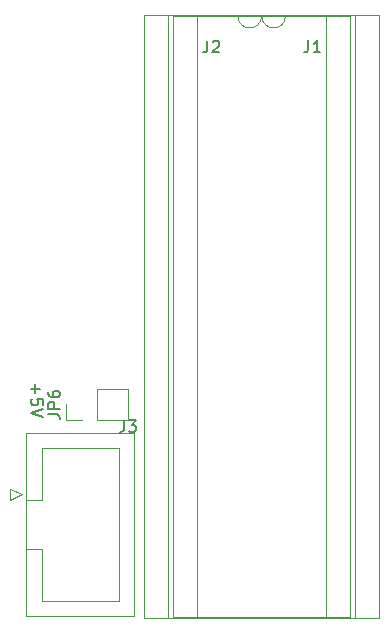
<source format=gbr>
G04 #@! TF.GenerationSoftware,KiCad,Pcbnew,5.1.5+dfsg1-2build2*
G04 #@! TF.CreationDate,2022-03-13T21:19:34-04:00*
G04 #@! TF.ProjectId,vdg_breakout,7664675f-6272-4656-916b-6f75742e6b69,rev?*
G04 #@! TF.SameCoordinates,Original*
G04 #@! TF.FileFunction,Legend,Top*
G04 #@! TF.FilePolarity,Positive*
%FSLAX46Y46*%
G04 Gerber Fmt 4.6, Leading zero omitted, Abs format (unit mm)*
G04 Created by KiCad (PCBNEW 5.1.5+dfsg1-2build2) date 2022-03-13 21:19:34*
%MOMM*%
%LPD*%
G04 APERTURE LIST*
%ADD10C,0.150000*%
%ADD11C,0.120000*%
G04 APERTURE END LIST*
D10*
X112453571Y-90489285D02*
X112453571Y-91251190D01*
X112072619Y-90870238D02*
X112834523Y-90870238D01*
X113072619Y-92203571D02*
X113072619Y-91727380D01*
X112596428Y-91679761D01*
X112644047Y-91727380D01*
X112691666Y-91822619D01*
X112691666Y-92060714D01*
X112644047Y-92155952D01*
X112596428Y-92203571D01*
X112501190Y-92251190D01*
X112263095Y-92251190D01*
X112167857Y-92203571D01*
X112120238Y-92155952D01*
X112072619Y-92060714D01*
X112072619Y-91822619D01*
X112120238Y-91727380D01*
X112167857Y-91679761D01*
X113072619Y-92536904D02*
X112072619Y-92870238D01*
X113072619Y-93203571D01*
D11*
X133620001Y-59295001D02*
G75*
G02X131620001Y-59295001I-1000000J0D01*
G01*
X131620001Y-59295001D02*
X126160001Y-59295001D01*
X126160001Y-59295001D02*
X126160001Y-110215001D01*
X126160001Y-110215001D02*
X139080001Y-110215001D01*
X139080001Y-110215001D02*
X139080001Y-59295001D01*
X139080001Y-59295001D02*
X133620001Y-59295001D01*
X123670001Y-59235001D02*
X123670001Y-110275001D01*
X123670001Y-110275001D02*
X141570001Y-110275001D01*
X141570001Y-110275001D02*
X141570001Y-59235001D01*
X141570001Y-59235001D02*
X123670001Y-59235001D01*
X139545000Y-59235001D02*
X121645000Y-59235001D01*
X139545000Y-110275001D02*
X139545000Y-59235001D01*
X121645000Y-110275001D02*
X139545000Y-110275001D01*
X121645000Y-59235001D02*
X121645000Y-110275001D01*
X137055000Y-59295001D02*
X131595000Y-59295001D01*
X137055000Y-110215001D02*
X137055000Y-59295001D01*
X124135000Y-110215001D02*
X137055000Y-110215001D01*
X124135000Y-59295001D02*
X124135000Y-110215001D01*
X129595000Y-59295001D02*
X124135000Y-59295001D01*
X131595000Y-59295001D02*
G75*
G02X129595000Y-59295001I-1000000J0D01*
G01*
X111685000Y-94590000D02*
X120805000Y-94590000D01*
X120805000Y-94590000D02*
X120805000Y-110090000D01*
X120805000Y-110090000D02*
X111685000Y-110090000D01*
X111685000Y-110090000D02*
X111685000Y-94590000D01*
X111685000Y-100290000D02*
X112995000Y-100290000D01*
X112995000Y-100290000D02*
X112995000Y-95890000D01*
X112995000Y-95890000D02*
X119495000Y-95890000D01*
X119495000Y-95890000D02*
X119495000Y-108790000D01*
X119495000Y-108790000D02*
X112995000Y-108790000D01*
X112995000Y-108790000D02*
X112995000Y-104390000D01*
X112995000Y-104390000D02*
X112995000Y-104390000D01*
X112995000Y-104390000D02*
X111685000Y-104390000D01*
X111295000Y-99800000D02*
X110295000Y-99300000D01*
X110295000Y-99300000D02*
X110295000Y-100300000D01*
X110295000Y-100300000D02*
X111295000Y-99800000D01*
X120270000Y-93505000D02*
X120270000Y-90845000D01*
X117670000Y-93505000D02*
X120270000Y-93505000D01*
X117670000Y-90845000D02*
X120270000Y-90845000D01*
X117670000Y-93505000D02*
X117670000Y-90845000D01*
X116400000Y-93505000D02*
X115070000Y-93505000D01*
X115070000Y-93505000D02*
X115070000Y-92175000D01*
D10*
X135566667Y-61352380D02*
X135566667Y-62066666D01*
X135519048Y-62209523D01*
X135423810Y-62304761D01*
X135280953Y-62352380D01*
X135185715Y-62352380D01*
X136566667Y-62352380D02*
X135995239Y-62352380D01*
X136280953Y-62352380D02*
X136280953Y-61352380D01*
X136185715Y-61495238D01*
X136090477Y-61590476D01*
X135995239Y-61638095D01*
X127016665Y-61377380D02*
X127016665Y-62091666D01*
X126969046Y-62234523D01*
X126873808Y-62329761D01*
X126730951Y-62377380D01*
X126635713Y-62377380D01*
X127445237Y-61472619D02*
X127492856Y-61425000D01*
X127588094Y-61377380D01*
X127826189Y-61377380D01*
X127921427Y-61425000D01*
X127969046Y-61472619D01*
X128016665Y-61567857D01*
X128016665Y-61663095D01*
X127969046Y-61805952D01*
X127397618Y-62377380D01*
X128016665Y-62377380D01*
X119966666Y-93502380D02*
X119966666Y-94216666D01*
X119919047Y-94359523D01*
X119823809Y-94454761D01*
X119680952Y-94502380D01*
X119585714Y-94502380D01*
X120347619Y-93502380D02*
X120966666Y-93502380D01*
X120633333Y-93883333D01*
X120776190Y-93883333D01*
X120871428Y-93930952D01*
X120919047Y-93978571D01*
X120966666Y-94073809D01*
X120966666Y-94311904D01*
X120919047Y-94407142D01*
X120871428Y-94454761D01*
X120776190Y-94502380D01*
X120490476Y-94502380D01*
X120395238Y-94454761D01*
X120347619Y-94407142D01*
X113522380Y-93008333D02*
X114236666Y-93008333D01*
X114379523Y-93055952D01*
X114474761Y-93151190D01*
X114522380Y-93294047D01*
X114522380Y-93389285D01*
X114522380Y-92532142D02*
X113522380Y-92532142D01*
X113522380Y-92151190D01*
X113570000Y-92055952D01*
X113617619Y-92008333D01*
X113712857Y-91960714D01*
X113855714Y-91960714D01*
X113950952Y-92008333D01*
X113998571Y-92055952D01*
X114046190Y-92151190D01*
X114046190Y-92532142D01*
X113522380Y-91103571D02*
X113522380Y-91294047D01*
X113570000Y-91389285D01*
X113617619Y-91436904D01*
X113760476Y-91532142D01*
X113950952Y-91579761D01*
X114331904Y-91579761D01*
X114427142Y-91532142D01*
X114474761Y-91484523D01*
X114522380Y-91389285D01*
X114522380Y-91198809D01*
X114474761Y-91103571D01*
X114427142Y-91055952D01*
X114331904Y-91008333D01*
X114093809Y-91008333D01*
X113998571Y-91055952D01*
X113950952Y-91103571D01*
X113903333Y-91198809D01*
X113903333Y-91389285D01*
X113950952Y-91484523D01*
X113998571Y-91532142D01*
X114093809Y-91579761D01*
M02*

</source>
